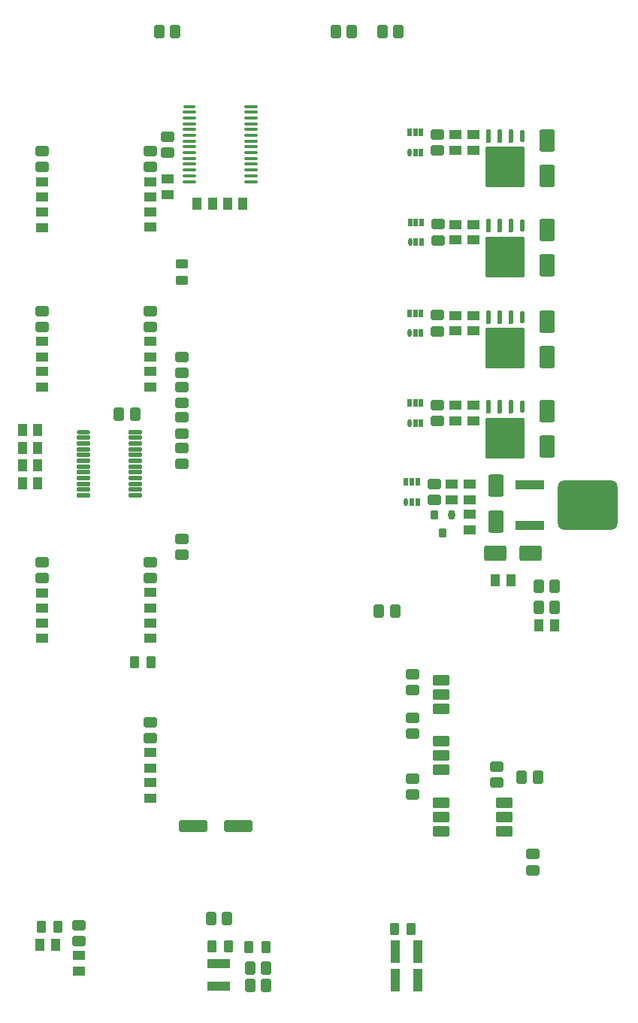
<source format=gbr>
%TF.GenerationSoftware,Altium Limited,Altium Designer,20.1.10 (176)*%
G04 Layer_Color=8421504*
%FSLAX45Y45*%
%MOMM*%
%TF.SameCoordinates,F66BA515-836E-4666-A607-30F184A99797*%
%TF.FilePolarity,Positive*%
%TF.FileFunction,Paste,Top*%
G01*
G75*
%TA.AperFunction,SMDPad,CuDef*%
G04:AMPARAMS|DCode=11|XSize=1.45mm|YSize=1.15mm|CornerRadius=0.14375mm|HoleSize=0mm|Usage=FLASHONLY|Rotation=180.000|XOffset=0mm|YOffset=0mm|HoleType=Round|Shape=RoundedRectangle|*
%AMROUNDEDRECTD11*
21,1,1.45000,0.86250,0,0,180.0*
21,1,1.16250,1.15000,0,0,180.0*
1,1,0.28750,-0.58125,0.43125*
1,1,0.28750,0.58125,0.43125*
1,1,0.28750,0.58125,-0.43125*
1,1,0.28750,-0.58125,-0.43125*
%
%ADD11ROUNDEDRECTD11*%
G04:AMPARAMS|DCode=12|XSize=1.3mm|YSize=3.2mm|CornerRadius=0.1625mm|HoleSize=0mm|Usage=FLASHONLY|Rotation=270.000|XOffset=0mm|YOffset=0mm|HoleType=Round|Shape=RoundedRectangle|*
%AMROUNDEDRECTD12*
21,1,1.30000,2.87500,0,0,270.0*
21,1,0.97500,3.20000,0,0,270.0*
1,1,0.32500,-1.43750,-0.48750*
1,1,0.32500,-1.43750,0.48750*
1,1,0.32500,1.43750,0.48750*
1,1,0.32500,1.43750,-0.48750*
%
%ADD12ROUNDEDRECTD12*%
G04:AMPARAMS|DCode=13|XSize=1.43mm|YSize=1.02mm|CornerRadius=0.1275mm|HoleSize=0mm|Usage=FLASHONLY|Rotation=90.000|XOffset=0mm|YOffset=0mm|HoleType=Round|Shape=RoundedRectangle|*
%AMROUNDEDRECTD13*
21,1,1.43000,0.76500,0,0,90.0*
21,1,1.17500,1.02000,0,0,90.0*
1,1,0.25500,0.38250,0.58750*
1,1,0.25500,0.38250,-0.58750*
1,1,0.25500,-0.38250,-0.58750*
1,1,0.25500,-0.38250,0.58750*
%
%ADD13ROUNDEDRECTD13*%
%ADD14O,0.45000X0.90000*%
G04:AMPARAMS|DCode=15|XSize=0.45mm|YSize=0.9mm|CornerRadius=0.05625mm|HoleSize=0mm|Usage=FLASHONLY|Rotation=180.000|XOffset=0mm|YOffset=0mm|HoleType=Round|Shape=RoundedRectangle|*
%AMROUNDEDRECTD15*
21,1,0.45000,0.78750,0,0,180.0*
21,1,0.33750,0.90000,0,0,180.0*
1,1,0.11250,-0.16875,0.39375*
1,1,0.11250,0.16875,0.39375*
1,1,0.11250,0.16875,-0.39375*
1,1,0.11250,-0.16875,-0.39375*
%
%ADD15ROUNDEDRECTD15*%
G04:AMPARAMS|DCode=16|XSize=1.4mm|YSize=1.1mm|CornerRadius=0.1375mm|HoleSize=0mm|Usage=FLASHONLY|Rotation=0.000|XOffset=0mm|YOffset=0mm|HoleType=Round|Shape=RoundedRectangle|*
%AMROUNDEDRECTD16*
21,1,1.40000,0.82500,0,0,0.0*
21,1,1.12500,1.10000,0,0,0.0*
1,1,0.27500,0.56250,-0.41250*
1,1,0.27500,-0.56250,-0.41250*
1,1,0.27500,-0.56250,0.41250*
1,1,0.27500,0.56250,0.41250*
%
%ADD16ROUNDEDRECTD16*%
G04:AMPARAMS|DCode=17|XSize=1.15mm|YSize=1.9mm|CornerRadius=0.14375mm|HoleSize=0mm|Usage=FLASHONLY|Rotation=90.000|XOffset=0mm|YOffset=0mm|HoleType=Round|Shape=RoundedRectangle|*
%AMROUNDEDRECTD17*
21,1,1.15000,1.61250,0,0,90.0*
21,1,0.86250,1.90000,0,0,90.0*
1,1,0.28750,0.80625,0.43125*
1,1,0.28750,0.80625,-0.43125*
1,1,0.28750,-0.80625,-0.43125*
1,1,0.28750,-0.80625,0.43125*
%
%ADD17ROUNDEDRECTD17*%
G04:AMPARAMS|DCode=18|XSize=1.4mm|YSize=1.1mm|CornerRadius=0.1375mm|HoleSize=0mm|Usage=FLASHONLY|Rotation=90.000|XOffset=0mm|YOffset=0mm|HoleType=Round|Shape=RoundedRectangle|*
%AMROUNDEDRECTD18*
21,1,1.40000,0.82500,0,0,90.0*
21,1,1.12500,1.10000,0,0,90.0*
1,1,0.27500,0.41250,0.56250*
1,1,0.27500,0.41250,-0.56250*
1,1,0.27500,-0.41250,-0.56250*
1,1,0.27500,-0.41250,0.56250*
%
%ADD18ROUNDEDRECTD18*%
G04:AMPARAMS|DCode=19|XSize=2.6mm|YSize=1.1mm|CornerRadius=0.1375mm|HoleSize=0mm|Usage=FLASHONLY|Rotation=180.000|XOffset=0mm|YOffset=0mm|HoleType=Round|Shape=RoundedRectangle|*
%AMROUNDEDRECTD19*
21,1,2.60000,0.82500,0,0,180.0*
21,1,2.32500,1.10000,0,0,180.0*
1,1,0.27500,-1.16250,0.41250*
1,1,0.27500,1.16250,0.41250*
1,1,0.27500,1.16250,-0.41250*
1,1,0.27500,-1.16250,-0.41250*
%
%ADD19ROUNDEDRECTD19*%
G04:AMPARAMS|DCode=20|XSize=1.45mm|YSize=1.15mm|CornerRadius=0.14375mm|HoleSize=0mm|Usage=FLASHONLY|Rotation=90.000|XOffset=0mm|YOffset=0mm|HoleType=Round|Shape=RoundedRectangle|*
%AMROUNDEDRECTD20*
21,1,1.45000,0.86250,0,0,90.0*
21,1,1.16250,1.15000,0,0,90.0*
1,1,0.28750,0.43125,0.58125*
1,1,0.28750,0.43125,-0.58125*
1,1,0.28750,-0.43125,-0.58125*
1,1,0.28750,-0.43125,0.58125*
%
%ADD20ROUNDEDRECTD20*%
G04:AMPARAMS|DCode=21|XSize=1.43mm|YSize=1.02mm|CornerRadius=0.1275mm|HoleSize=0mm|Usage=FLASHONLY|Rotation=0.000|XOffset=0mm|YOffset=0mm|HoleType=Round|Shape=RoundedRectangle|*
%AMROUNDEDRECTD21*
21,1,1.43000,0.76500,0,0,0.0*
21,1,1.17500,1.02000,0,0,0.0*
1,1,0.25500,0.58750,-0.38250*
1,1,0.25500,-0.58750,-0.38250*
1,1,0.25500,-0.58750,0.38250*
1,1,0.25500,0.58750,0.38250*
%
%ADD21ROUNDEDRECTD21*%
G04:AMPARAMS|DCode=22|XSize=2.6mm|YSize=1.1mm|CornerRadius=0.1375mm|HoleSize=0mm|Usage=FLASHONLY|Rotation=270.000|XOffset=0mm|YOffset=0mm|HoleType=Round|Shape=RoundedRectangle|*
%AMROUNDEDRECTD22*
21,1,2.60000,0.82500,0,0,270.0*
21,1,2.32500,1.10000,0,0,270.0*
1,1,0.27500,-0.41250,-1.16250*
1,1,0.27500,-0.41250,1.16250*
1,1,0.27500,0.41250,1.16250*
1,1,0.27500,0.41250,-1.16250*
%
%ADD22ROUNDEDRECTD22*%
G04:AMPARAMS|DCode=23|XSize=2.5mm|YSize=1.7mm|CornerRadius=0.2125mm|HoleSize=0mm|Usage=FLASHONLY|Rotation=270.000|XOffset=0mm|YOffset=0mm|HoleType=Round|Shape=RoundedRectangle|*
%AMROUNDEDRECTD23*
21,1,2.50000,1.27500,0,0,270.0*
21,1,2.07500,1.70000,0,0,270.0*
1,1,0.42500,-0.63750,-1.03750*
1,1,0.42500,-0.63750,1.03750*
1,1,0.42500,0.63750,1.03750*
1,1,0.42500,0.63750,-1.03750*
%
%ADD23ROUNDEDRECTD23*%
G04:AMPARAMS|DCode=24|XSize=5.6mm|YSize=6.7mm|CornerRadius=0.7mm|HoleSize=0mm|Usage=FLASHONLY|Rotation=90.000|XOffset=0mm|YOffset=0mm|HoleType=Round|Shape=RoundedRectangle|*
%AMROUNDEDRECTD24*
21,1,5.60000,5.30000,0,0,90.0*
21,1,4.20000,6.70000,0,0,90.0*
1,1,1.40000,2.65000,2.10000*
1,1,1.40000,2.65000,-2.10000*
1,1,1.40000,-2.65000,-2.10000*
1,1,1.40000,-2.65000,2.10000*
%
%ADD24ROUNDEDRECTD24*%
G04:AMPARAMS|DCode=25|XSize=1.05mm|YSize=3.3mm|CornerRadius=0.13125mm|HoleSize=0mm|Usage=FLASHONLY|Rotation=90.000|XOffset=0mm|YOffset=0mm|HoleType=Round|Shape=RoundedRectangle|*
%AMROUNDEDRECTD25*
21,1,1.05000,3.03750,0,0,90.0*
21,1,0.78750,3.30000,0,0,90.0*
1,1,0.26250,1.51875,0.39375*
1,1,0.26250,1.51875,-0.39375*
1,1,0.26250,-1.51875,-0.39375*
1,1,0.26250,-1.51875,0.39375*
%
%ADD25ROUNDEDRECTD25*%
G04:AMPARAMS|DCode=26|XSize=0.8mm|YSize=1mm|CornerRadius=0.1mm|HoleSize=0mm|Usage=FLASHONLY|Rotation=0.000|XOffset=0mm|YOffset=0mm|HoleType=Round|Shape=RoundedRectangle|*
%AMROUNDEDRECTD26*
21,1,0.80000,0.80000,0,0,0.0*
21,1,0.60000,1.00000,0,0,0.0*
1,1,0.20000,0.30000,-0.40000*
1,1,0.20000,-0.30000,-0.40000*
1,1,0.20000,-0.30000,0.40000*
1,1,0.20000,0.30000,0.40000*
%
%ADD26ROUNDEDRECTD26*%
%ADD27O,0.80000X1.10000*%
G04:AMPARAMS|DCode=28|XSize=2.5mm|YSize=1.7mm|CornerRadius=0.2125mm|HoleSize=0mm|Usage=FLASHONLY|Rotation=0.000|XOffset=0mm|YOffset=0mm|HoleType=Round|Shape=RoundedRectangle|*
%AMROUNDEDRECTD28*
21,1,2.50000,1.27500,0,0,0.0*
21,1,2.07500,1.70000,0,0,0.0*
1,1,0.42500,1.03750,-0.63750*
1,1,0.42500,-1.03750,-0.63750*
1,1,0.42500,-1.03750,0.63750*
1,1,0.42500,1.03750,0.63750*
%
%ADD28ROUNDEDRECTD28*%
G04:AMPARAMS|DCode=29|XSize=0.55mm|YSize=1.45mm|CornerRadius=0.06875mm|HoleSize=0mm|Usage=FLASHONLY|Rotation=0.000|XOffset=0mm|YOffset=0mm|HoleType=Round|Shape=RoundedRectangle|*
%AMROUNDEDRECTD29*
21,1,0.55000,1.31250,0,0,0.0*
21,1,0.41250,1.45000,0,0,0.0*
1,1,0.13750,0.20625,-0.65625*
1,1,0.13750,-0.20625,-0.65625*
1,1,0.13750,-0.20625,0.65625*
1,1,0.13750,0.20625,0.65625*
%
%ADD29ROUNDEDRECTD29*%
%ADD30O,0.55000X1.45000*%
G04:AMPARAMS|DCode=31|XSize=4.4mm|YSize=4.6mm|CornerRadius=0.11mm|HoleSize=0mm|Usage=FLASHONLY|Rotation=0.000|XOffset=0mm|YOffset=0mm|HoleType=Round|Shape=RoundedRectangle|*
%AMROUNDEDRECTD31*
21,1,4.40000,4.38000,0,0,0.0*
21,1,4.18000,4.60000,0,0,0.0*
1,1,0.22000,2.09000,-2.19000*
1,1,0.22000,-2.09000,-2.19000*
1,1,0.22000,-2.09000,2.19000*
1,1,0.22000,2.09000,2.19000*
%
%ADD31ROUNDEDRECTD31*%
%ADD32O,1.50000X0.35000*%
G04:AMPARAMS|DCode=33|XSize=0.35mm|YSize=1.5mm|CornerRadius=0.05075mm|HoleSize=0mm|Usage=FLASHONLY|Rotation=90.000|XOffset=0mm|YOffset=0mm|HoleType=Round|Shape=RoundedRectangle|*
%AMROUNDEDRECTD33*
21,1,0.35000,1.39850,0,0,90.0*
21,1,0.24850,1.50000,0,0,90.0*
1,1,0.10150,0.69925,0.12425*
1,1,0.10150,0.69925,-0.12425*
1,1,0.10150,-0.69925,-0.12425*
1,1,0.10150,-0.69925,0.12425*
%
%ADD33ROUNDEDRECTD33*%
G04:AMPARAMS|DCode=34|XSize=1.5mm|YSize=0.45mm|CornerRadius=0.0495mm|HoleSize=0mm|Usage=FLASHONLY|Rotation=0.000|XOffset=0mm|YOffset=0mm|HoleType=Round|Shape=RoundedRectangle|*
%AMROUNDEDRECTD34*
21,1,1.50000,0.35100,0,0,0.0*
21,1,1.40100,0.45000,0,0,0.0*
1,1,0.09900,0.70050,-0.17550*
1,1,0.09900,-0.70050,-0.17550*
1,1,0.09900,-0.70050,0.17550*
1,1,0.09900,0.70050,0.17550*
%
%ADD34ROUNDEDRECTD34*%
%ADD35O,1.50000X0.45000*%
D11*
X2700000Y5460000D02*
D03*
Y5280000D02*
D03*
X6649999Y1909999D02*
D03*
Y1729999D02*
D03*
X5579999Y10019999D02*
D03*
Y9839999D02*
D03*
X5583707Y9006669D02*
D03*
Y8826669D02*
D03*
X2700000Y6310000D02*
D03*
Y6490000D02*
D03*
Y6830000D02*
D03*
Y6650000D02*
D03*
Y7170000D02*
D03*
Y6990000D02*
D03*
Y7510000D02*
D03*
Y7330000D02*
D03*
X6249999Y2899999D02*
D03*
Y2719999D02*
D03*
X5299999Y3449999D02*
D03*
Y3269999D02*
D03*
Y2759999D02*
D03*
Y2579999D02*
D03*
Y3759999D02*
D03*
Y3939999D02*
D03*
X1539999Y1109999D02*
D03*
Y929999D02*
D03*
X2339999Y3399999D02*
D03*
Y3219999D02*
D03*
Y8029999D02*
D03*
Y7849999D02*
D03*
X2339999Y5199999D02*
D03*
Y5019999D02*
D03*
X1119999Y9829999D02*
D03*
Y9649999D02*
D03*
Y8029999D02*
D03*
Y7849999D02*
D03*
X2339999Y9829999D02*
D03*
Y9649999D02*
D03*
X1119999Y5197499D02*
D03*
Y5017499D02*
D03*
X5539999Y5899999D02*
D03*
Y6080000D02*
D03*
X5579999Y7802499D02*
D03*
Y7982499D02*
D03*
X5579999Y6789999D02*
D03*
Y6969999D02*
D03*
X2539999Y9989999D02*
D03*
Y9809999D02*
D03*
D12*
X3329999Y2229999D02*
D03*
X2829999D02*
D03*
D13*
X2166000Y4070000D02*
D03*
X2354000D02*
D03*
X3455846Y866742D02*
D03*
X3643846D02*
D03*
X5095999Y1069999D02*
D03*
X5283999D02*
D03*
X1115999Y1089999D02*
D03*
X1303999D02*
D03*
X3223999Y869999D02*
D03*
X3035999D02*
D03*
D14*
X5264999Y9817499D02*
D03*
X5268707Y8804169D02*
D03*
X5224999Y5877499D02*
D03*
X5264999Y7779999D02*
D03*
Y6767499D02*
D03*
D15*
X5329999Y9817499D02*
D03*
X5394999D02*
D03*
X5394999Y10042499D02*
D03*
X5329999D02*
D03*
X5264999D02*
D03*
X5333707Y8804169D02*
D03*
X5398707D02*
D03*
Y9029169D02*
D03*
X5333707Y9029169D02*
D03*
X5268707Y9029169D02*
D03*
X5224999Y6102499D02*
D03*
X5289999D02*
D03*
X5354999D02*
D03*
Y5877499D02*
D03*
X5289999Y5877499D02*
D03*
X5264999Y8004999D02*
D03*
X5329999Y8004999D02*
D03*
X5394999Y8004999D02*
D03*
Y7779999D02*
D03*
X5329999D02*
D03*
X5264999Y6992499D02*
D03*
X5329999Y6992499D02*
D03*
X5394999Y6992499D02*
D03*
Y6767499D02*
D03*
X5329999D02*
D03*
D16*
X5779999Y9842499D02*
D03*
Y10017499D02*
D03*
X5979999Y9842499D02*
D03*
Y10017499D02*
D03*
X5783706Y8829169D02*
D03*
Y9004169D02*
D03*
X5983707Y8829169D02*
D03*
Y9004169D02*
D03*
X2539999Y9517499D02*
D03*
Y9342499D02*
D03*
X1539999Y767499D02*
D03*
Y592499D02*
D03*
X2339999Y2717499D02*
D03*
Y2542499D02*
D03*
Y2882499D02*
D03*
Y3057499D02*
D03*
X2339999Y4682499D02*
D03*
Y4857499D02*
D03*
Y4517499D02*
D03*
Y4342499D02*
D03*
X1119999Y9309999D02*
D03*
Y9484999D02*
D03*
Y9142499D02*
D03*
Y8967499D02*
D03*
Y7509999D02*
D03*
Y7684999D02*
D03*
Y7347499D02*
D03*
Y7172499D02*
D03*
X2339999Y9312499D02*
D03*
Y9487499D02*
D03*
Y9147499D02*
D03*
Y8972499D02*
D03*
X1119999Y4679999D02*
D03*
Y4854999D02*
D03*
Y4514999D02*
D03*
Y4339999D02*
D03*
X2339999Y7512499D02*
D03*
Y7687499D02*
D03*
Y7347499D02*
D03*
Y7172499D02*
D03*
X5939999Y5902499D02*
D03*
Y6077499D02*
D03*
Y5562500D02*
D03*
Y5737500D02*
D03*
X5739999Y6077499D02*
D03*
Y5902499D02*
D03*
X5779999Y7979999D02*
D03*
Y7804999D02*
D03*
X5779999Y6967499D02*
D03*
Y6792499D02*
D03*
X5979999Y7979999D02*
D03*
Y7804999D02*
D03*
Y6967499D02*
D03*
Y6792499D02*
D03*
D17*
X5619999Y3019999D02*
D03*
Y3179999D02*
D03*
Y2859999D02*
D03*
X5619999Y2329999D02*
D03*
Y2489999D02*
D03*
Y2169999D02*
D03*
X6329999Y2329999D02*
D03*
Y2489999D02*
D03*
Y2169999D02*
D03*
X5619999Y3709999D02*
D03*
Y3869999D02*
D03*
Y3549999D02*
D03*
D18*
X3047499Y9239999D02*
D03*
X2872499D02*
D03*
X1277499Y889999D02*
D03*
X1102499D02*
D03*
X6722499Y4489999D02*
D03*
X6897499D02*
D03*
X1077499Y6289999D02*
D03*
X902499D02*
D03*
X1077499Y6689999D02*
D03*
X902499D02*
D03*
X1077499Y6489999D02*
D03*
X902499D02*
D03*
X1077499Y6089999D02*
D03*
X902499D02*
D03*
X6232499Y4999999D02*
D03*
X6407499D02*
D03*
X3387499Y9239999D02*
D03*
X3212499D02*
D03*
D19*
X3109999Y419999D02*
D03*
Y679999D02*
D03*
D20*
X5099838Y4647060D02*
D03*
X4919838D02*
D03*
X3209999Y1189999D02*
D03*
X3029999D02*
D03*
X3649999Y429999D02*
D03*
X3469999D02*
D03*
X3649999Y629999D02*
D03*
X3469999D02*
D03*
X6719999Y4929999D02*
D03*
X6899999D02*
D03*
X6899999Y4689999D02*
D03*
X6719999D02*
D03*
X6529999Y2779999D02*
D03*
X6709999D02*
D03*
X4958873Y11176904D02*
D03*
X5138873D02*
D03*
X1989999Y6869999D02*
D03*
X2169999D02*
D03*
X4435512Y11175789D02*
D03*
X4615512D02*
D03*
X2445549Y11175825D02*
D03*
X2625549D02*
D03*
D21*
X2700001Y8376001D02*
D03*
Y8564001D02*
D03*
D22*
X5359999Y489999D02*
D03*
X5099999D02*
D03*
X5359999Y809999D02*
D03*
X5099999D02*
D03*
D23*
X6239999Y5659999D02*
D03*
Y6059999D02*
D03*
X6809999Y7509999D02*
D03*
Y7909999D02*
D03*
Y6499999D02*
D03*
Y6899999D02*
D03*
Y9549999D02*
D03*
Y9949999D02*
D03*
Y8539999D02*
D03*
Y8939999D02*
D03*
D24*
X7269999Y5839999D02*
D03*
D25*
X6614999Y5610999D02*
D03*
Y6068999D02*
D03*
D26*
X5639999Y5529999D02*
D03*
X5544999Y5729999D02*
D03*
D27*
X5734999D02*
D03*
D28*
X6629999Y5299999D02*
D03*
X6229999D02*
D03*
D29*
X6149499Y7959999D02*
D03*
X6276499D02*
D03*
X6403499D02*
D03*
X6149499Y6949999D02*
D03*
X6276499D02*
D03*
X6403499D02*
D03*
X6149499Y9999999D02*
D03*
X6276499D02*
D03*
X6403499D02*
D03*
X6149499Y8989999D02*
D03*
X6276499D02*
D03*
X6403499D02*
D03*
D30*
X6530499Y7959999D02*
D03*
Y6949999D02*
D03*
Y9999999D02*
D03*
Y8989999D02*
D03*
D31*
X6339999Y7609999D02*
D03*
Y6599999D02*
D03*
Y9649999D02*
D03*
Y8639999D02*
D03*
D32*
X2779999Y10332499D02*
D03*
D33*
X2779999Y10267499D02*
D03*
X2779999Y10202499D02*
D03*
X2779999Y10137499D02*
D03*
X2779999Y10072499D02*
D03*
X2779999Y10007499D02*
D03*
X2779999Y9942499D02*
D03*
Y9877499D02*
D03*
X2779999Y9812499D02*
D03*
X2779999Y9747499D02*
D03*
X2779999Y9682499D02*
D03*
X2779999Y9617499D02*
D03*
X2779999Y9552499D02*
D03*
X2779999Y9487499D02*
D03*
X3479999Y10332499D02*
D03*
X3479999Y10267499D02*
D03*
X3479999Y10202499D02*
D03*
X3479999Y10137499D02*
D03*
X3479999Y10072499D02*
D03*
X3479999Y10007499D02*
D03*
X3479999Y9942499D02*
D03*
Y9877499D02*
D03*
X3479999Y9812499D02*
D03*
X3479999Y9747499D02*
D03*
X3479999Y9682499D02*
D03*
X3479999Y9617499D02*
D03*
X3479999Y9552499D02*
D03*
X3479999Y9487499D02*
D03*
D34*
X2169999Y6667499D02*
D03*
Y6602499D02*
D03*
Y6537499D02*
D03*
Y6472499D02*
D03*
Y6407499D02*
D03*
Y6342499D02*
D03*
Y6277499D02*
D03*
Y6212499D02*
D03*
Y6147499D02*
D03*
Y6082499D02*
D03*
Y6017499D02*
D03*
Y5952499D02*
D03*
X1589999D02*
D03*
Y6017499D02*
D03*
Y6082499D02*
D03*
Y6147499D02*
D03*
Y6212499D02*
D03*
Y6277499D02*
D03*
Y6342499D02*
D03*
Y6407499D02*
D03*
Y6472499D02*
D03*
Y6537499D02*
D03*
Y6602499D02*
D03*
D35*
Y6667499D02*
D03*
%TF.MD5,35bffdcad11db2ecde6f67b29bc21483*%
M02*

</source>
